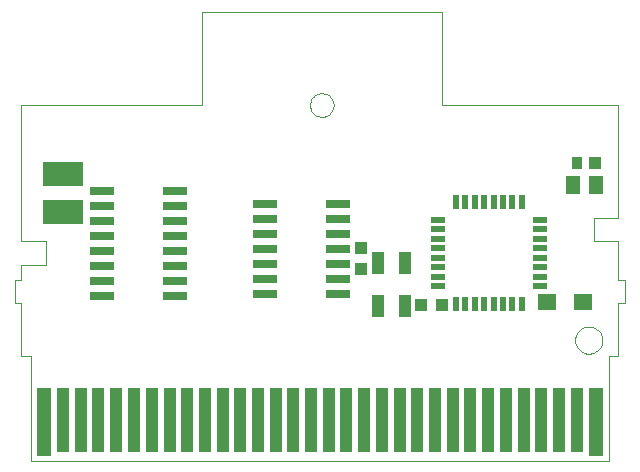
<source format=gtp>
G75*
%MOIN*%
%OFA0B0*%
%FSLAX24Y24*%
%IPPOS*%
%LPD*%
%AMOC8*
5,1,8,0,0,1.08239X$1,22.5*
%
%ADD10R,0.0800X0.0260*%
%ADD11R,0.0500X0.0220*%
%ADD12R,0.0220X0.0500*%
%ADD13C,0.0000*%
%ADD14R,0.0512X0.2309*%
%ADD15R,0.0402X0.2165*%
%ADD16R,0.0382X0.0394*%
%ADD17R,0.0398X0.0394*%
%ADD18R,0.0512X0.0630*%
%ADD19R,0.1378X0.0787*%
%ADD20R,0.0433X0.0748*%
%ADD21R,0.0425X0.0413*%
%ADD22R,0.0413X0.0425*%
%ADD23R,0.0630X0.0551*%
D10*
X003408Y006000D03*
X003408Y006500D03*
X003408Y007000D03*
X003408Y007500D03*
X003408Y008000D03*
X003408Y008500D03*
X003408Y009000D03*
X003408Y009500D03*
X005828Y009500D03*
X005828Y009000D03*
X005828Y008500D03*
X005828Y008000D03*
X005828Y007500D03*
X005828Y007000D03*
X005828Y006500D03*
X005828Y006000D03*
X008845Y006063D03*
X008845Y006563D03*
X008845Y007063D03*
X008845Y007563D03*
X008845Y008063D03*
X008845Y008563D03*
X008845Y009063D03*
X011265Y009063D03*
X011265Y008563D03*
X011265Y008063D03*
X011265Y007563D03*
X011265Y007063D03*
X011265Y006563D03*
X011265Y006063D03*
D11*
X014615Y006335D03*
X014615Y006650D03*
X014615Y006965D03*
X014615Y007280D03*
X014615Y007595D03*
X014615Y007910D03*
X014615Y008225D03*
X014615Y008540D03*
X017995Y008540D03*
X017995Y008225D03*
X017995Y007910D03*
X017995Y007595D03*
X017995Y007280D03*
X017995Y006965D03*
X017995Y006650D03*
X017995Y006335D03*
D12*
X017407Y005748D03*
X017092Y005748D03*
X016777Y005748D03*
X016462Y005748D03*
X016148Y005748D03*
X015833Y005748D03*
X015518Y005748D03*
X015203Y005748D03*
X015203Y009128D03*
X015518Y009128D03*
X015833Y009128D03*
X016148Y009128D03*
X016462Y009128D03*
X016777Y009128D03*
X017092Y009128D03*
X017407Y009128D03*
D13*
X020298Y000509D02*
X001051Y000509D01*
X001051Y004008D01*
X000727Y004008D01*
X000727Y005767D01*
X000519Y005767D01*
X000519Y006530D01*
X000727Y006530D01*
X000727Y007040D01*
X001548Y007040D01*
X001548Y007850D01*
X000727Y007850D01*
X000727Y012364D01*
X006739Y012364D01*
X006739Y014484D01*
X006739Y015484D01*
X007739Y015484D01*
X008739Y015484D01*
X009739Y015484D01*
X010739Y015484D01*
X011739Y015484D01*
X012739Y015484D01*
X013739Y015484D01*
X014739Y015484D01*
X014739Y014484D01*
X014739Y012364D01*
X020622Y012364D01*
X020622Y010929D01*
X020622Y010929D01*
X020622Y008614D01*
X019801Y008614D01*
X019801Y007850D01*
X020622Y007850D01*
X020622Y006530D01*
X020831Y006530D01*
X020831Y005767D01*
X020622Y005767D01*
X020622Y004008D01*
X020298Y004008D01*
X020298Y000509D01*
X019186Y004529D02*
X019188Y004571D01*
X019194Y004613D01*
X019204Y004655D01*
X019217Y004695D01*
X019235Y004734D01*
X019256Y004771D01*
X019280Y004805D01*
X019308Y004838D01*
X019338Y004868D01*
X019371Y004894D01*
X019406Y004918D01*
X019444Y004938D01*
X019483Y004954D01*
X019523Y004967D01*
X019565Y004976D01*
X019607Y004981D01*
X019650Y004982D01*
X019692Y004979D01*
X019734Y004972D01*
X019775Y004961D01*
X019815Y004946D01*
X019853Y004928D01*
X019890Y004906D01*
X019924Y004881D01*
X019956Y004853D01*
X019984Y004822D01*
X020010Y004788D01*
X020033Y004752D01*
X020052Y004715D01*
X020068Y004675D01*
X020080Y004634D01*
X020088Y004593D01*
X020092Y004550D01*
X020092Y004508D01*
X020088Y004465D01*
X020080Y004424D01*
X020068Y004383D01*
X020052Y004343D01*
X020033Y004306D01*
X020010Y004270D01*
X019984Y004236D01*
X019956Y004205D01*
X019924Y004177D01*
X019890Y004152D01*
X019853Y004130D01*
X019815Y004112D01*
X019775Y004097D01*
X019734Y004086D01*
X019692Y004079D01*
X019650Y004076D01*
X019607Y004077D01*
X019565Y004082D01*
X019523Y004091D01*
X019483Y004104D01*
X019444Y004120D01*
X019406Y004140D01*
X019371Y004164D01*
X019338Y004190D01*
X019308Y004220D01*
X019280Y004253D01*
X019256Y004287D01*
X019235Y004324D01*
X019217Y004363D01*
X019204Y004403D01*
X019194Y004445D01*
X019188Y004487D01*
X019186Y004529D01*
X010343Y012366D02*
X010345Y012405D01*
X010351Y012444D01*
X010361Y012482D01*
X010374Y012519D01*
X010391Y012554D01*
X010411Y012588D01*
X010435Y012619D01*
X010462Y012648D01*
X010491Y012674D01*
X010523Y012697D01*
X010557Y012717D01*
X010593Y012733D01*
X010630Y012745D01*
X010669Y012754D01*
X010708Y012759D01*
X010747Y012760D01*
X010786Y012757D01*
X010825Y012750D01*
X010862Y012739D01*
X010899Y012725D01*
X010934Y012707D01*
X010967Y012686D01*
X010998Y012661D01*
X011026Y012634D01*
X011051Y012604D01*
X011073Y012571D01*
X011092Y012537D01*
X011107Y012501D01*
X011119Y012463D01*
X011127Y012425D01*
X011131Y012386D01*
X011131Y012346D01*
X011127Y012307D01*
X011119Y012269D01*
X011107Y012231D01*
X011092Y012195D01*
X011073Y012161D01*
X011051Y012128D01*
X011026Y012098D01*
X010998Y012071D01*
X010967Y012046D01*
X010934Y012025D01*
X010899Y012007D01*
X010862Y011993D01*
X010825Y011982D01*
X010786Y011975D01*
X010747Y011972D01*
X010708Y011973D01*
X010669Y011978D01*
X010630Y011987D01*
X010593Y011999D01*
X010557Y012015D01*
X010523Y012035D01*
X010491Y012058D01*
X010462Y012084D01*
X010435Y012113D01*
X010411Y012144D01*
X010391Y012178D01*
X010374Y012213D01*
X010361Y012250D01*
X010351Y012288D01*
X010345Y012327D01*
X010343Y012366D01*
D14*
X001465Y001809D03*
X019880Y001809D03*
D15*
X019234Y001878D03*
X018644Y001878D03*
X018053Y001878D03*
X017462Y001878D03*
X016872Y001878D03*
X016281Y001878D03*
X015691Y001878D03*
X015100Y001878D03*
X014510Y001878D03*
X013919Y001878D03*
X013329Y001878D03*
X012738Y001878D03*
X012148Y001878D03*
X011557Y001878D03*
X010966Y001878D03*
X010376Y001878D03*
X009785Y001878D03*
X009195Y001878D03*
X008604Y001878D03*
X008014Y001878D03*
X007433Y001878D03*
X006833Y001878D03*
X006252Y001878D03*
X005661Y001878D03*
X005061Y001878D03*
X004470Y001878D03*
X003880Y001878D03*
X003289Y001878D03*
X002699Y001878D03*
X002118Y001878D03*
D16*
X019254Y010438D03*
D17*
X019852Y010438D03*
D18*
X019867Y009688D03*
X019118Y009688D03*
D19*
X002118Y010067D03*
X002118Y008808D03*
D20*
X012619Y007114D03*
X013525Y007114D03*
X013525Y005658D03*
X012619Y005658D03*
D21*
X012055Y006906D03*
X012055Y007594D03*
D22*
X014057Y005703D03*
X014746Y005703D03*
D23*
X018255Y005801D03*
X019436Y005801D03*
M02*

</source>
